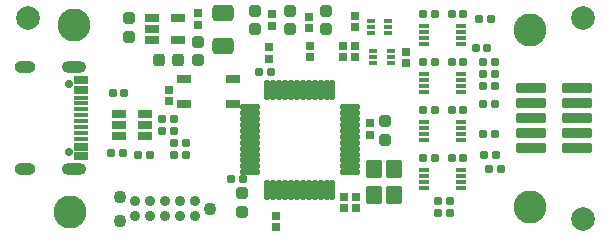
<source format=gbr>
%TF.GenerationSoftware,KiCad,Pcbnew,(6.0.7)*%
%TF.CreationDate,2022-09-06T17:23:02+02:00*%
%TF.ProjectId,bmp22,626d7032-322e-46b6-9963-61645f706362,rev?*%
%TF.SameCoordinates,Original*%
%TF.FileFunction,Soldermask,Top*%
%TF.FilePolarity,Negative*%
%FSLAX46Y46*%
G04 Gerber Fmt 4.6, Leading zero omitted, Abs format (unit mm)*
G04 Created by KiCad (PCBNEW (6.0.7)) date 2022-09-06 17:23:02*
%MOMM*%
%LPD*%
G01*
G04 APERTURE LIST*
G04 Aperture macros list*
%AMRoundRect*
0 Rectangle with rounded corners*
0 $1 Rounding radius*
0 $2 $3 $4 $5 $6 $7 $8 $9 X,Y pos of 4 corners*
0 Add a 4 corners polygon primitive as box body*
4,1,4,$2,$3,$4,$5,$6,$7,$8,$9,$2,$3,0*
0 Add four circle primitives for the rounded corners*
1,1,$1+$1,$2,$3*
1,1,$1+$1,$4,$5*
1,1,$1+$1,$6,$7*
1,1,$1+$1,$8,$9*
0 Add four rect primitives between the rounded corners*
20,1,$1+$1,$2,$3,$4,$5,0*
20,1,$1+$1,$4,$5,$6,$7,0*
20,1,$1+$1,$6,$7,$8,$9,0*
20,1,$1+$1,$8,$9,$2,$3,0*%
G04 Aperture macros list end*
%ADD10RoundRect,0.076200X0.150000X-0.750000X0.150000X0.750000X-0.150000X0.750000X-0.150000X-0.750000X0*%
%ADD11RoundRect,0.076200X0.750000X-0.150000X0.750000X0.150000X-0.750000X0.150000X-0.750000X-0.150000X0*%
%ADD12RoundRect,0.050000X-0.400000X0.150000X-0.400000X-0.150000X0.400000X-0.150000X0.400000X0.150000X0*%
%ADD13RoundRect,0.050000X-0.272500X-0.140000X0.272500X-0.140000X0.272500X0.140000X-0.272500X0.140000X0*%
%ADD14RoundRect,0.300000X-0.625000X0.375000X-0.625000X-0.375000X0.625000X-0.375000X0.625000X0.375000X0*%
%ADD15RoundRect,0.268750X0.218750X0.256250X-0.218750X0.256250X-0.218750X-0.256250X0.218750X-0.256250X0*%
%ADD16RoundRect,0.268750X-0.256250X0.218750X-0.256250X-0.218750X0.256250X-0.218750X0.256250X0.218750X0*%
%ADD17RoundRect,0.197500X-0.147500X-0.172500X0.147500X-0.172500X0.147500X0.172500X-0.147500X0.172500X0*%
%ADD18RoundRect,0.197500X0.147500X0.172500X-0.147500X0.172500X-0.147500X-0.172500X0.147500X-0.172500X0*%
%ADD19RoundRect,0.197500X0.172500X-0.147500X0.172500X0.147500X-0.172500X0.147500X-0.172500X-0.147500X0*%
%ADD20RoundRect,0.197500X-0.172500X0.147500X-0.172500X-0.147500X0.172500X-0.147500X0.172500X0.147500X0*%
%ADD21RoundRect,0.050000X1.200000X0.370000X-1.200000X0.370000X-1.200000X-0.370000X1.200000X-0.370000X0*%
%ADD22RoundRect,0.050000X-0.530000X-0.325000X0.530000X-0.325000X0.530000X0.325000X-0.530000X0.325000X0*%
%ADD23RoundRect,0.050000X0.530000X0.325000X-0.530000X0.325000X-0.530000X-0.325000X0.530000X-0.325000X0*%
%ADD24RoundRect,0.050000X0.600000X-0.700000X0.600000X0.700000X-0.600000X0.700000X-0.600000X-0.700000X0*%
%ADD25RoundRect,0.050000X0.525000X0.325000X-0.525000X0.325000X-0.525000X-0.325000X0.525000X-0.325000X0*%
%ADD26C,2.000000*%
%ADD27C,2.800000*%
%ADD28O,1.800000X1.000000*%
%ADD29O,2.100000X1.000000*%
%ADD30RoundRect,0.050000X-0.580000X0.300000X-0.580000X-0.300000X0.580000X-0.300000X0.580000X0.300000X0*%
%ADD31RoundRect,0.050000X0.580000X-0.150000X0.580000X0.150000X-0.580000X0.150000X-0.580000X-0.150000X0*%
%ADD32C,0.700000*%
%ADD33C,0.887400*%
%ADD34C,1.090600*%
G04 APERTURE END LIST*
D10*
%TO.C,U302*%
X147276000Y-136076000D03*
X146776000Y-136076000D03*
X146276000Y-136076000D03*
X145776000Y-136076000D03*
X145276000Y-136076000D03*
X144776000Y-136076000D03*
X144276000Y-136076000D03*
X143776000Y-136076000D03*
X143276000Y-136076000D03*
X142776000Y-136076000D03*
X142276000Y-136076000D03*
X141776000Y-136076000D03*
D11*
X140276000Y-134576000D03*
X140276000Y-134076000D03*
X140276000Y-133576000D03*
X140276000Y-133076000D03*
X140276000Y-132576000D03*
X140276000Y-132076000D03*
X140276000Y-131576000D03*
X140276000Y-131076000D03*
X140276000Y-130576000D03*
X140276000Y-130076000D03*
X140276000Y-129576000D03*
X140276000Y-129076000D03*
D10*
X141776000Y-127576000D03*
X142276000Y-127576000D03*
X142776000Y-127576000D03*
X143276000Y-127576000D03*
X143776000Y-127576000D03*
X144276000Y-127576000D03*
X144776000Y-127576000D03*
X145276000Y-127576000D03*
X145776000Y-127576000D03*
X146276000Y-127576000D03*
X146776000Y-127576000D03*
X147276000Y-127576000D03*
D11*
X148776000Y-129076000D03*
X148776000Y-129576000D03*
X148776000Y-130076000D03*
X148776000Y-130576000D03*
X148776000Y-131076000D03*
X148776000Y-131576000D03*
X148776000Y-132076000D03*
X148776000Y-132576000D03*
X148776000Y-133076000D03*
X148776000Y-133576000D03*
X148776000Y-134076000D03*
X148776000Y-134576000D03*
%TD*%
D12*
%TO.C,U204*%
X155041000Y-130314000D03*
X155041000Y-130814000D03*
X155041000Y-131314000D03*
X155041000Y-131814000D03*
X158141000Y-131814000D03*
X158141000Y-131314000D03*
X158141000Y-130814000D03*
X158141000Y-130314000D03*
%TD*%
%TO.C,U203*%
X155041000Y-134378000D03*
X155041000Y-134878000D03*
X155041000Y-135378000D03*
X155041000Y-135878000D03*
X158141000Y-135878000D03*
X158141000Y-135378000D03*
X158141000Y-134878000D03*
X158141000Y-134378000D03*
%TD*%
%TO.C,U202*%
X155041000Y-126250000D03*
X155041000Y-126750000D03*
X155041000Y-127250000D03*
X155041000Y-127750000D03*
X158141000Y-127750000D03*
X158141000Y-127250000D03*
X158141000Y-126750000D03*
X158141000Y-126250000D03*
%TD*%
%TO.C,U201*%
X155041000Y-122186000D03*
X155041000Y-122686000D03*
X155041000Y-123186000D03*
X155041000Y-123686000D03*
X158141000Y-123686000D03*
X158141000Y-123186000D03*
X158141000Y-122686000D03*
X158141000Y-122186000D03*
%TD*%
D13*
%TO.C,Q203*%
X150697500Y-124341000D03*
X150697500Y-124841000D03*
X150697500Y-125341000D03*
X152197500Y-125341000D03*
X152197500Y-124841000D03*
X152197500Y-124341000D03*
%TD*%
%TO.C,Q201*%
X150507000Y-121801000D03*
X150507000Y-122301000D03*
X150507000Y-122801000D03*
X152007000Y-122801000D03*
X152007000Y-122301000D03*
X152007000Y-121801000D03*
%TD*%
D14*
%TO.C,D301*%
X138000000Y-123925000D03*
X138000000Y-121125000D03*
%TD*%
D15*
%TO.C,C102*%
X134188300Y-125069600D03*
X132613300Y-125069600D03*
%TD*%
D16*
%TO.C,C103*%
X135900000Y-123512500D03*
X135900000Y-125087500D03*
%TD*%
D17*
%TO.C,C202*%
X157376000Y-121158000D03*
X158346000Y-121158000D03*
%TD*%
%TO.C,C203*%
X154963000Y-133350000D03*
X155933000Y-133350000D03*
%TD*%
%TO.C,C204*%
X157376000Y-133350000D03*
X158346000Y-133350000D03*
%TD*%
D18*
%TO.C,C207*%
X155933000Y-129286000D03*
X154963000Y-129286000D03*
%TD*%
D17*
%TO.C,C208*%
X157376000Y-129286000D03*
X158346000Y-129286000D03*
%TD*%
D19*
%TO.C,C301*%
X142475000Y-139235000D03*
X142475000Y-138265000D03*
%TD*%
D18*
%TO.C,C302*%
X139677000Y-135128000D03*
X138707000Y-135128000D03*
%TD*%
D20*
%TO.C,C303*%
X149275000Y-136640000D03*
X149275000Y-137610000D03*
%TD*%
%TO.C,C305*%
X150475000Y-130415000D03*
X150475000Y-131385000D03*
%TD*%
%TO.C,C306*%
X148250000Y-136640000D03*
X148250000Y-137610000D03*
%TD*%
D16*
%TO.C,C307*%
X139600000Y-136372500D03*
X139600000Y-137947500D03*
%TD*%
%TO.C,C308*%
X151750000Y-130262500D03*
X151750000Y-131837500D03*
%TD*%
D19*
%TO.C,C309*%
X148209000Y-124818000D03*
X148209000Y-123848000D03*
%TD*%
D16*
%TO.C,D302*%
X146700000Y-120912500D03*
X146700000Y-122487500D03*
%TD*%
%TO.C,D303*%
X143700000Y-120912500D03*
X143700000Y-122487500D03*
%TD*%
D21*
%TO.C,J201*%
X167950000Y-132540000D03*
X164050000Y-132540000D03*
X167950000Y-131270000D03*
X164050000Y-131270000D03*
X167950000Y-130000000D03*
X164050000Y-130000000D03*
X167950000Y-128730000D03*
X164050000Y-128730000D03*
X167950000Y-127460000D03*
X164050000Y-127460000D03*
%TD*%
D18*
%TO.C,JP201*%
X157203000Y-137033000D03*
X156233000Y-137033000D03*
%TD*%
%TO.C,R201*%
X161013000Y-126238000D03*
X160043000Y-126238000D03*
%TD*%
%TO.C,R202*%
X161013000Y-131318000D03*
X160043000Y-131318000D03*
%TD*%
%TO.C,R203*%
X161013000Y-127254000D03*
X160043000Y-127254000D03*
%TD*%
%TO.C,R204*%
X161085000Y-133096000D03*
X160115000Y-133096000D03*
%TD*%
%TO.C,R205*%
X157203000Y-138049000D03*
X156233000Y-138049000D03*
%TD*%
%TO.C,R206*%
X161013000Y-128778000D03*
X160043000Y-128778000D03*
%TD*%
%TO.C,R207*%
X160685000Y-121600000D03*
X159715000Y-121600000D03*
%TD*%
%TO.C,R208*%
X161013000Y-125222000D03*
X160043000Y-125222000D03*
%TD*%
%TO.C,R209*%
X161521000Y-134300000D03*
X160551000Y-134300000D03*
%TD*%
D20*
%TO.C,R210*%
X149225000Y-121308000D03*
X149225000Y-122278000D03*
%TD*%
%TO.C,R211*%
X153479500Y-124356000D03*
X153479500Y-125326000D03*
%TD*%
D18*
%TO.C,R301*%
X133835000Y-131064000D03*
X132865000Y-131064000D03*
%TD*%
D17*
%TO.C,R302*%
X130833000Y-133096000D03*
X131803000Y-133096000D03*
%TD*%
D18*
%TO.C,R303*%
X133835000Y-130048000D03*
X132865000Y-130048000D03*
%TD*%
D17*
%TO.C,R306*%
X128547000Y-132969000D03*
X129517000Y-132969000D03*
%TD*%
%TO.C,R307*%
X128674000Y-127889000D03*
X129644000Y-127889000D03*
%TD*%
%TO.C,R309*%
X133881000Y-132080000D03*
X134851000Y-132080000D03*
%TD*%
D20*
%TO.C,R310*%
X133450000Y-127590000D03*
X133450000Y-128560000D03*
%TD*%
D19*
%TO.C,R312*%
X145300000Y-122385000D03*
X145300000Y-121415000D03*
%TD*%
%TO.C,R314*%
X141900000Y-124985000D03*
X141900000Y-124015000D03*
%TD*%
D22*
%TO.C,U101*%
X131996000Y-121478000D03*
X131996000Y-122428000D03*
X131996000Y-123378000D03*
X134196000Y-123378000D03*
X134196000Y-121478000D03*
%TD*%
D23*
%TO.C,U301*%
X131402000Y-131506000D03*
X131402000Y-130556000D03*
X131402000Y-129606000D03*
X129202000Y-129606000D03*
X129202000Y-130556000D03*
X129202000Y-131506000D03*
%TD*%
D24*
%TO.C,Y301*%
X152488000Y-136482000D03*
X152488000Y-134282000D03*
X150788000Y-134282000D03*
X150788000Y-136482000D03*
%TD*%
D25*
%TO.C,SW301*%
X134750000Y-128800000D03*
X138900000Y-128800000D03*
X138900000Y-126650000D03*
X134750000Y-126650000D03*
%TD*%
D26*
%TO.C,FID1*%
X121500000Y-121500000D03*
%TD*%
D17*
%TO.C,C304*%
X141065000Y-126100000D03*
X142035000Y-126100000D03*
%TD*%
D26*
%TO.C,FID3*%
X168500000Y-121500000D03*
%TD*%
D17*
%TO.C,JP202*%
X159408000Y-124079000D03*
X160378000Y-124079000D03*
%TD*%
D19*
%TO.C,R311*%
X135900000Y-122085000D03*
X135900000Y-121115000D03*
%TD*%
D27*
%TO.C,H1*%
X125050000Y-137975000D03*
%TD*%
%TO.C,H2*%
X125425000Y-122125000D03*
%TD*%
%TO.C,H3*%
X164000000Y-137500000D03*
%TD*%
%TO.C,H4*%
X164000000Y-122500000D03*
%TD*%
D26*
%TO.C,FID2*%
X168500000Y-138500000D03*
%TD*%
D16*
%TO.C,D304*%
X140700000Y-120912500D03*
X140700000Y-122487500D03*
%TD*%
D17*
%TO.C,C206*%
X157376000Y-125222000D03*
X158346000Y-125222000D03*
%TD*%
D19*
%TO.C,R313*%
X142200000Y-122185000D03*
X142200000Y-121215000D03*
%TD*%
D18*
%TO.C,C201*%
X155933000Y-121158000D03*
X154963000Y-121158000D03*
%TD*%
D20*
%TO.C,R304*%
X149225000Y-123848000D03*
X149225000Y-124818000D03*
%TD*%
D17*
%TO.C,R308*%
X133881000Y-133096000D03*
X134851000Y-133096000D03*
%TD*%
D18*
%TO.C,C205*%
X155933000Y-125222000D03*
X154963000Y-125222000D03*
%TD*%
D28*
%TO.C,J301*%
X121260000Y-125680000D03*
D29*
X125430000Y-134320000D03*
D28*
X121260000Y-134320000D03*
D29*
X125430000Y-125680000D03*
D30*
X126010000Y-126800000D03*
X126010000Y-127600000D03*
D31*
X126010000Y-128250000D03*
X126010000Y-129250000D03*
X126010000Y-130750000D03*
X126010000Y-131750000D03*
D30*
X126010000Y-132400000D03*
X126010000Y-133200000D03*
X126010000Y-133200000D03*
X126010000Y-132400000D03*
D31*
X126010000Y-131250000D03*
X126010000Y-130250000D03*
X126010000Y-129750000D03*
X126010000Y-128750000D03*
D30*
X126010000Y-127600000D03*
X126010000Y-126800000D03*
D32*
X124950000Y-127110000D03*
X124950000Y-132890000D03*
%TD*%
D33*
%TO.C,J302*%
X135636000Y-138303000D03*
X134366000Y-138303000D03*
X133096000Y-138303000D03*
X131826000Y-138303000D03*
X130556000Y-138303000D03*
X130556000Y-137033000D03*
X131826000Y-137033000D03*
X133096000Y-137033000D03*
X134366000Y-137033000D03*
X135636000Y-137033000D03*
D34*
X129286000Y-138684000D03*
X129286000Y-136652000D03*
X136906000Y-137668000D03*
%TD*%
D16*
%TO.C,C101*%
X130048000Y-121513500D03*
X130048000Y-123088500D03*
%TD*%
D19*
%TO.C,R305*%
X145400000Y-124818000D03*
X145400000Y-123848000D03*
%TD*%
M02*

</source>
